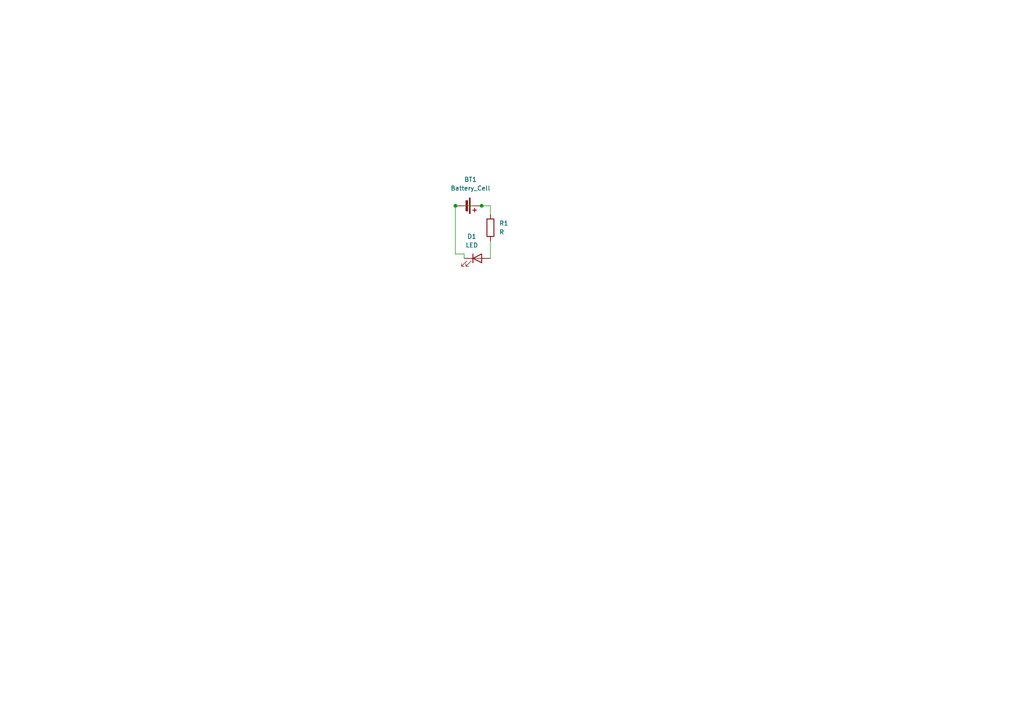
<source format=kicad_sch>
(kicad_sch (version 20231120) (generator "eeschema") (generator_version "8.0")
  (paper "A4")
  (title_block (title "LED Demo Project") (date "2024-10-29") (rev "1.0") (company "Formula Slug"))
  (lib_symbols
    (symbol "Device:Battery_Cell" (pin_numbers hide) (pin_names (offset 0) hide)
      (property "Reference" "BT" (at 2.54 2.54 0))
      (property "Value" "Battery_Cell" (at 2.54 0 0))
      (symbol "Battery_Cell_0_1"
        (rectangle (start -2.286 1.778) (end 2.286 1.524) (fill (type outline)))
        (rectangle (start -1.524 1.016) (end 1.524 0.508) (fill (type outline)))
        (polyline (pts (xy 0 0.762) (xy 0 0)))
        (polyline (pts (xy 0 1.778) (xy 0 2.54)))
        (polyline (pts (xy 0.762 3.048) (xy 1.778 3.048)) (stroke (width 0.254)))
        (polyline (pts (xy 1.27 3.556) (xy 1.27 2.54)) (stroke (width 0.254)))
      )
      (symbol "Battery_Cell_1_1"
        (pin passive line (at 0 5.08 270) (length 2.54) (name "+") (number "1"))
        (pin passive line (at 0 -2.54 90) (length 2.54) (name "-") (number "2"))
      )
    )
    (symbol "Device:LED" (pin_numbers hide) (pin_names (offset 1.016) hide)
      (property "Reference" "D" (at 0 2.54 0))
      (property "Value" "LED" (at 0 -2.54 0))
      (symbol "LED_0_1"
        (polyline (pts (xy -1.27 -1.27) (xy -1.27 1.27)) (stroke (width 0.254)))
        (polyline (pts (xy -1.27 0) (xy 1.27 0)))
        (polyline (pts (xy 1.27 -1.27) (xy 1.27 1.27) (xy -1.27 0) (xy 1.27 -1.27)) (stroke (width 0.254)))
        (polyline (pts (xy -3.048 -0.762) (xy -4.572 -2.286) (xy -3.81 -2.286) (xy -4.572 -2.286) (xy -4.572 -1.524)))
        (polyline (pts (xy -1.778 -0.762) (xy -3.302 -2.286) (xy -2.54 -2.286) (xy -3.302 -2.286) (xy -3.302 -1.524)))
      )
      (symbol "LED_1_1"
        (pin passive line (at -3.81 0 0) (length 2.54) (name "K") (number "1"))
        (pin passive line (at 3.81 0 180) (length 2.54) (name "A") (number "2"))
      )
    )
    (symbol "Device:R" (pin_numbers hide) (pin_names (offset 0))
      (property "Reference" "R" (at 2.032 0 90))
      (property "Value" "R" (at 0 0 90))
      (symbol "R_0_1"
        (rectangle (start -1.016 -2.54) (end 1.016 2.54) (stroke (width 0.254)))
      )
      (symbol "R_1_1"
        (pin passive line (at 0 3.81 270) (length 1.27) (name "~") (number "1"))
        (pin passive line (at 0 -3.81 90) (length 1.27) (name "~") (number "2"))
      )
    )
  )
  (junction (at 132.08 59.69))
  (junction (at 139.7 59.69))
  (wire (pts (xy 132.08 73.66) (xy 132.08 59.69)))
  (wire (pts (xy 134.62 73.66) (xy 134.62 74.93)))
  (wire (pts (xy 142.24 59.69) (xy 139.7 59.69)))
  (wire (pts (xy 139.7 59.69) (xy 132.08 59.69)))
  (wire (pts (xy 134.62 73.66) (xy 132.08 73.66)))
  (wire (pts (xy 142.24 59.69) (xy 142.24 62.23)))
  (wire (pts (xy 142.24 74.93) (xy 142.24 69.85)))
  (symbol (lib_id "Device:LED") (at 138.43 74.93 0) (unit 1)
    (property "Reference" "D1" (at 136.8425 68.58 0))
    (property "Value" "LED" (at 136.8425 71.12 0))
    (property "Footprint" "LED_SMD:LED_0805_2012Metric_Pad1.15x1.40mm_HandSolder" (effects (hide yes)))
    (property "Description" "Light emitting diode" (effects (hide yes)))
  )
  (symbol (lib_id "Device:Battery_Cell") (at 134.62 59.69 270) (unit 1)
    (property "Reference" "BT1" (at 136.4615 52.07 90))
    (property "Value" "Battery_Cell" (at 136.4615 54.61 90))
    (property "Footprint" "FS_3_Global_Footprint_Library:MS621FE-FL11E_SEC" (effects (hide yes)))
    (property "Description" "Single-cell battery" (effects (hide yes)))
  )
  (symbol (lib_id "Device:R") (at 142.24 66.04 0) (unit 1)
    (property "Reference" "R1" (at 144.78 64.7699 0) (effects (justify left)))
    (property "Value" "R" (at 144.78 67.3099 0) (effects (justify left)))
    (property "Footprint" "LED_SMD:LED_0805_2012Metric_Pad1.15x1.40mm_HandSolder" (effects (hide yes)))
    (property "Description" "Resistor" (effects (hide yes)))
  )
)
</source>
